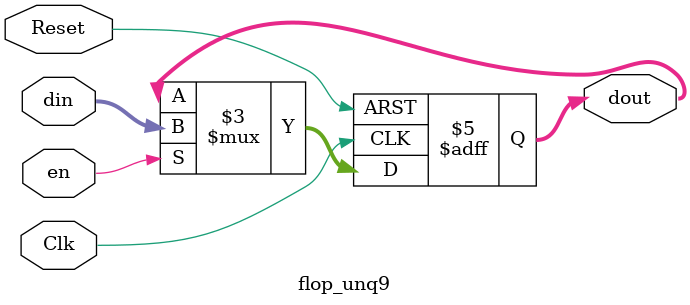
<source format=sv>

/* *****************************************************************************
 * File: flop.vp
 * 
 * Description:
 * Genesis2 flip-flop generator.
 * 
 * Required Genesis2 Controlable Parameters:
 * * Type		- Constant, Flop, RFlop, EFlop, or REFlop
 * * Width		- integer value specifying register width
 * * Default		- default value for the flop 
 *			 (only applies when flop_type=constant|rflop|reflop)
 * * SyncMode		- Sync or ASync flop * Change bar:
 * 
 * 
 * -----------
 * Date          Author   Description
 * Mar 30, 2010  shacham  init version  --  
 * May 20, 2014  jingpu   Add Async mode, change to active low reset
 * 
 * ****************************************************************************/


/*******************************************************************************
 * REQUIRED PARAMETERIZATION
 ******************************************************************************/
// Type (_GENESIS2_INHERITANCE_PRIORITY_) = REFlop
//
// Default (_GENESIS2_DECLARATION_PRIORITY_) = 0
//
// Width (_GENESIS2_INHERITANCE_PRIORITY_) = 5
//
// SyncMode (_GENESIS2_DECLARATION_PRIORITY_) = ASync
//

module flop_unq9(
	       //inputs
	       input wire logic 		   Clk,
	       input wire logic [4:0]  din,
	       input wire logic 		   Reset,
	       input wire logic 		   en,

	       //outputs
	       output logic [4:0] dout
	       );


   /* synopsys dc_tcl_script_begin
    set_dont_retime [current_design] true
    set_optimize_registers false -design [current_design]
    */
   


   
   always_ff @(posedge Clk or negedge Reset) begin
      if (!Reset) 
	dout <= 5'h0;
      else if (en)
	dout <= din;
   end

endmodule : flop_unq9

</source>
